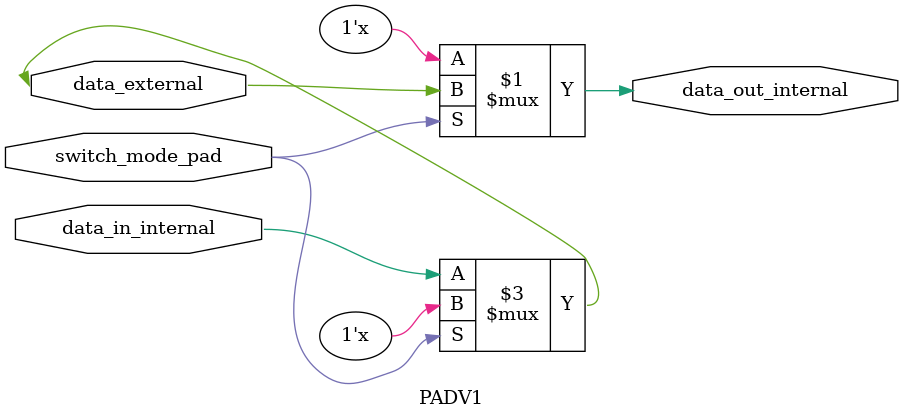
<source format=v>


/*
     Design name : Felipe Fernandes da Costa
     Simple description: Simple Desing pad aimed to generic tests under initial design conception, may be could be done using buf, but assign could be good for now.
     
     switch_mode_pad --> 1'b1 means we wish drive data from outside to IP
     switch_mode_pad --> 1'b0 means we wish drive data from IP to outside 
     
     Brazil -- 04/03/2023 -- initial code pad 
     
*/

module PADV1(
        input switch_mode_pad,
        input data_in_internal,
        output data_out_internal,
        inout data_external
      );


  assign data_out_internal = (switch_mode_pad)?data_external:1'bz;
  assign data_external = (!switch_mode_pad)?data_in_internal:1'bz;

endmodule

</source>
